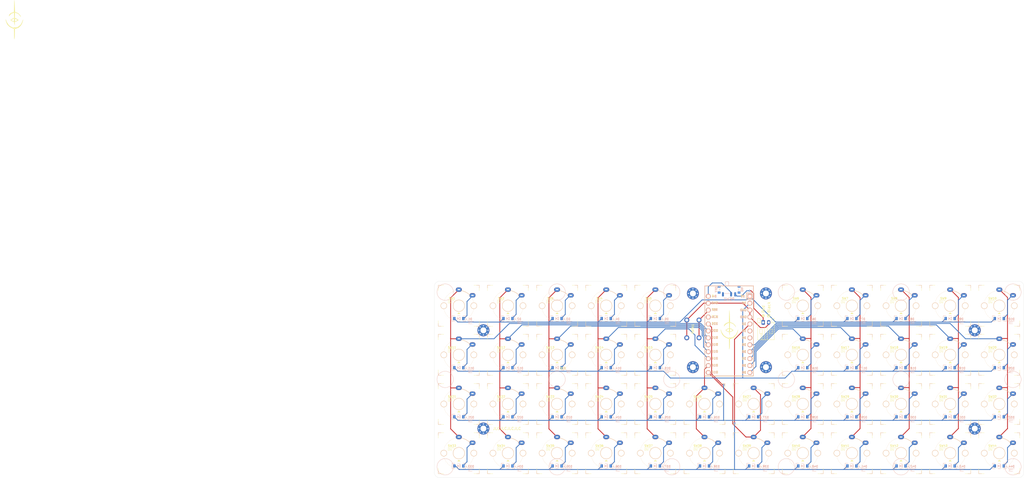
<source format=kicad_pcb>
(kicad_pcb (version 20221018) (generator pcbnew)
  (title_block (title "Horizon Mini Choc with MX Spacing") (date "2023-12-05") (rev "1.1") (comment 1 "Modded by Pe8er") (comment 2 "Original design by skarrmann"))
  (layers (0 "F.Cu" signal) (31 "B.Cu" signal) (34 "B.Paste" user) (35 "F.Paste" user) (36 "B.SilkS" user "B.Silkscreen") (37 "F.SilkS" user "F.Silkscreen") (38 "B.Mask" user) (39 "F.Mask" user) (44 "Edge.Cuts" user))
  (net 0 "")
  (net 1 "Net-(BATJ2-Pin_1)")
  (net 2 "Net-(D1-A)")
  (net 3 "Net-(D2-A)")
  (net 4 "Net-(D3-A)")
  (net 5 "Net-(D4-A)")
  (net 6 "Net-(D5-A)")
  (net 7 "Net-(D6-A)")
  (net 8 "Net-(D7-A)")
  (net 9 "Net-(D8-A)")
  (net 10 "Net-(D9-A)")
  (net 11 "Net-(D10-A)")
  (net 12 "Net-(D11-A)")
  (net 13 "Net-(D12-A)")
  (net 14 "Net-(D13-A)")
  (net 15 "Net-(D14-A)")
  (net 16 "Net-(D15-A)")
  (net 17 "Net-(D16-A)")
  (net 18 "Net-(D17-A)")
  (net 19 "Net-(D18-A)")
  (net 20 "Net-(D19-A)")
  (net 21 "Net-(D20-A)")
  (net 22 "Net-(D21-A)")
  (net 23 "Net-(D22-A)")
  (net 24 "Net-(D23-A)")
  (net 25 "Net-(D24-A)")
  (net 26 "Net-(D25-A)")
  (net 27 "Net-(D26-A)")
  (net 28 "Net-(D27-A)")
  (net 29 "Net-(D28-A)")
  (net 30 "Net-(D29-A)")
  (net 31 "Net-(D30-A)")
  (net 32 "Net-(D31-A)")
  (net 33 "Net-(D32-A)")
  (net 34 "Net-(D33-A)")
  (net 35 "Net-(D34-A)")
  (net 36 "Net-(D35-A)")
  (net 37 "GND")
  (net 38 "COL1")
  (net 39 "COL2")
  (net 40 "COL3")
  (net 41 "COL4")
  (net 42 "COL5")
  (net 43 "COL6")
  (net 44 "ROW1")
  (net 45 "ROW2")
  (net 46 "ROW3")
  (net 47 "ROW0")
  (net 48 "Net-(D36-A)")
  (net 49 "Net-(D37-A)")
  (net 50 "Net-(D38-A)")
  (net 51 "Net-(D39-A)")
  (net 52 "Net-(D40-A)")
  (net 53 "Net-(D41-A)")
  (net 54 "Net-(D42-A)")
  (net 55 "Net-(D43-A)")
  (net 56 "Net-(D44-A)")
  (net 60 "COL9")
  (net 61 "COL10")
  (net 62 "COL11")
  (net 66 "COL7")
  (net 67 "COL8")
  (net 71 "RESET")
  (net 72 "+BATT")
  (net 73 "VCC")
  (net 74 "COL0")
  (footprint "horizon-footprints:SW_Choc_MX" (layer "F.Cu") (at 51 79)
    (fp_text reference "SW1")
    (fp_text value "SW_Push")
  )
  (footprint "horizon-footprints:SW_Choc_MX" (layer "F.Cu") (at 51 97)
    (fp_text reference "SW11")
    (fp_text value "SW_Push")
  )
  (footprint "horizon-footprints:SW_Choc_MX" (layer "F.Cu") (at 51 115)
    (fp_text reference "SW21")
    (fp_text value "SW_Push")
  )
  (footprint "horizon-footprints:SW_Choc_MX" (layer "F.Cu") (at 51 133)
    (fp_text reference "SW33")
    (fp_text value "SW_Push")
  )
  (footprint "horizon-footprints:SW_Push_6mm" (layer "F.Cu") (at 136.75 87.5 -90)
    (fp_text reference "RBTN1")
    (fp_text value "SW_PUSH")
  )
  (footprint "horizon-footprints:Mount_M2" (layer "F.Cu") (at 240 124)
    (fp_text reference "H8" hide)
    (fp_text value "Hole_Pad" hide)
  )
  (footprint "horizon-footprints:Mount_M2" (layer "F.Cu") (at 240 88)
    (fp_text reference "H4" hide)
    (fp_text value "Hole_Pad" hide)
  )
  (footprint "horizon-footprints:Mount_M2" (layer "F.Cu") (at 60 88)
    (fp_text reference "H3" hide)
    (fp_text value "Hole_Pad" hide)
  )
  (footprint "horizon-footprints:Mount_M2" (layer "F.Cu") (at 60 124)
    (fp_text reference "H7" hide)
    (fp_text value "Hole_Pad" hide)
  )
  (footprint "horizon-footprints:SW_Choc_MX" (layer "F.Cu") (at 69 79)
    (fp_text reference "SW2")
    (fp_text value "SW_Push")
  )
  (footprint "horizon-footprints:SW_Choc_MX" (layer "F.Cu") (at 87 79)
    (fp_text reference "SW3")
    (fp_text value "SW_Push")
  )
  (footprint "horizon-footprints:SW_Choc_MX" (layer "F.Cu") (at 105 79)
    (fp_text reference "SW4")
    (fp_text value "SW_Push")
  )
  (footprint "horizon-footprints:SW_Choc_MX" (layer "F.Cu") (at 123 79)
    (fp_text reference "SW5")
    (fp_text value "SW_Push")
  )
  (footprint "horizon-footprints:SW_Choc_MX" (layer "F.Cu") (at 177 79)
    (fp_text reference "SW6")
    (fp_text value "SW_Push")
  )
  (footprint "horizon-footprints:SW_Choc_MX" (layer "F.Cu") (at 195 79)
    (fp_text reference "SW7")
    (fp_text value "SW_Push")
  )
  (footprint "horizon-footprints:SW_Choc_MX" (layer "F.Cu") (at 213 79)
    (fp_text reference "SW8")
    (fp_text value "SW_Push")
  )
  (footprint "horizon-footprints:SW_Choc_MX" (layer "F.Cu") (at 231 79)
    (fp_text reference "SW9")
    (fp_text value "SW_Push")
  )
  (footprint "horizon-footprints:SW_Choc_MX" (layer "F.Cu") (at 249 79)
    (fp_text reference "SW10")
    (fp_text value "SW_Push")
  )
  (footprint "horizon-footprints:SW_Choc_MX" (layer "F.Cu") (at 69 97)
    (fp_text reference "SW12")
    (fp_text value "SW_Push")
  )
  (footprint "horizon-footprints:SW_Choc_MX" (layer "F.Cu") (at 87 97)
    (fp_text reference "SW13")
    (fp_text value "SW_Push")
  )
  (footprint "horizon-footprints:SW_Choc_MX" (layer "F.Cu") (at 105 97)
    (fp_text reference "SW14")
    (fp_text value "SW_Push")
  )
  (footprint "horizon-footprints:SW_Choc_MX" (layer "F.Cu") (at 123 97)
    (fp_text reference "SW15")
    (fp_text value "SW_Push")
  )
  (footprint "horizon-footprints:SW_Choc_MX" (layer "F.Cu") (at 177 97)
    (fp_text reference "SW16")
    (fp_text value "SW_Push")
  )
  (footprint "horizon-footprints:SW_Choc_MX" (layer "F.Cu") (at 195 97)
    (fp_text reference "SW17")
    (fp_text value "SW_Push")
  )
  (footprint "horizon-footprints:SW_Choc_MX" (layer "F.Cu") (at 213 97)
    (fp_text reference "SW18")
    (fp_text value "SW_Push")
  )
  (footprint "horizon-footprints:SW_Choc_MX" (layer "F.Cu") (at 231 97)
    (fp_text reference "SW19")
    (fp_text value "SW_Push")
  )
  (footprint "horizon-footprints:SW_Choc_MX" (layer "F.Cu") (at 249 97)
    (fp_text reference "SW20")
    (fp_text value "SW_Push")
  )
  (footprint "horizon-footprints:SW_Choc_MX" (layer "F.Cu") (at 69 115)
    (fp_text reference "SW22")
    (fp_text value "SW_Push")
  )
  (footprint "horizon-footprints:SW_Choc_MX" (layer "F.Cu") (at 87 115)
    (fp_text reference "SW23")
    (fp_text value "SW_Push")
  )
  (footprint "horizon-footprints:SW_Choc_MX" (layer "F.Cu") (at 105 115)
    (fp_text reference "SW24")
    (fp_text value "SW_Push")
  )
  (footprint "horizon-footprints:SW_Choc_MX" (layer "F.Cu") (at 123 115)
    (fp_text reference "SW25")
    (fp_text value "SW_Push")
  )
  (footprint "horizon-footprints:SW_Choc_MX" (layer "F.Cu") (at 177 115)
    (fp_text reference "SW28")
    (fp_text value "SW_Push")
  )
  (footprint "horizon-footprints:SW_Choc_MX" (layer "F.Cu") (at 195 115)
    (fp_text reference "SW29")
    (fp_text value "SW_Push")
  )
  (footprint "horizon-footprints:SW_Choc_MX" (layer "F.Cu") (at 213 115)
    (fp_text reference "SW30")
    (fp_text value "SW_Push")
  )
  (footprint "horizon-footprints:SW_Choc_MX" (layer "F.Cu") (at 231 115)
    (fp_text reference "SW31")
    (fp_text value "SW_Push")
  )
  (footprint "horizon-footprints:SW_Choc_MX" (layer "F.Cu") (at 249 115)
    (fp_text reference "SW32")
    (fp_text value "SW_Push")
  )
  (footprint "horizon-footprints:SW_Choc_MX" (layer "F.Cu") (at 69 133)
    (fp_text reference "SW34")
    (fp_text value "SW_Push")
  )
  (footprint "horizon-footprints:SW_Choc_MX" (layer "F.Cu") (at 87 133)
    (fp_text reference "SW35")
    (fp_text value "SW_Push")
  )
  (footprint "horizon-footprints:SW_Choc_MX" (layer "F.Cu") (at 105 133)
    (fp_text reference "SW36")
    (fp_text value "SW_Push")
  )
  (footprint "horizon-footprints:SW_Choc_MX" (layer "F.Cu") (at 123 133)
    (fp_text reference "SW37")
    (fp_text value "SW_Push")
  )
  (footprint "horizon-footprints:SW_Choc_MX" (layer "F.Cu") (at 177 133)
    (fp_text reference "SW40")
    (fp_text value "SW_Push")
  )
  (footprint "horizon-footprints:SW_Choc_MX" (layer "F.Cu") (at 141 133)
    (fp_text reference "SW38")
    (fp_text value "SW_Push")
  )
  (footprint "horizon-footprints:SW_Choc_MX" (layer "F.Cu") (at 159 133)
    (fp_text reference "SW39")
    (fp_text value "SW_Push")
  )
  (footprint "horizon-footprints:SW_Choc_MX" (layer "F.Cu") (at 195 133)
    (fp_text reference "SW41")
    (fp_text value "SW_Push")
  )
  (footprint "horizon-footprints:SW_Choc_MX" (layer "F.Cu") (at 213 133)
    (fp_text reference "SW42")
    (fp_text value "SW_Push")
  )
  (footprint "horizon-footprints:SW_Choc_MX" (layer "F.Cu") (at 231 133)
    (fp_text reference "SW43")
    (fp_text value "SW_Push")
  )
  (footprint "horizon-footprints:SW_Choc_MX" (layer "F.Cu") (at 249 133)
    (fp_text reference "SW44")
    (fp_text value "SW_Push")
  )
  (footprint "horizon-footprints:SW_Choc_MX" (layer "F.Cu") (at 141 115)
    (fp_text reference "SW26")
    (fp_text value "SW_Push")
  )
  (footprint "horizon-footprints:SW_Choc_MX" (layer "F.Cu") (at 159 115)
    (fp_text reference "SW27")
    (fp_text value "SW_Push")
  )
  (footprint "horizon-footprints:Mount_M2" (layer "F.Cu") (at 136.75 74.5)
    (fp_text reference "H1" hide)
    (fp_text value "Hole_Pad" hide)
  )
  (footprint "horizon-footprints:Mount_M2" (layer "F.Cu") (at 163.5 74.5)
    (fp_text reference "H2" hide)
    (fp_text value "Hole_Pad" hide)
  )
  (footprint "horizon-footprints:Mount_M2" (layer "F.Cu") (at 136.75 101.5)
    (fp_text reference "H5" hide)
    (fp_text value "Hole_Pad" hide)
  )
  (footprint "horizon-footprints:Mount_M2" (layer "F.Cu") (at 163.5 101.5)
    (fp_text reference "H6" hide)
    (fp_text value "Hole_Pad" hide)
  )
  (footprint "horizon-footprints:bloodborne_moon" (layer "F.Cu") (at 150 87.700023)
    (fp_text reference "LOGO2" hide)
    (fp_text value "Logo-Top")
  )
  (footprint "Connector_JST:JST_PH_S2B-PH-K_1x02_P2.00mm_Horizontal" (layer "F.Cu") (at 162.5 85.1)
    (fp_text reference "BATJ2")
    (fp_text value "Conn_01x02_Female")
  )
  (footprint "ScottoKeebs_MCU:Nice_Nano_V2_Flipped" (layer "F.Cu") (at 150 89.5)
    (fp_text reference "U3" hide)
    (fp_text value "Nice_Nano_V2" hide)
  )
  (footprint "horizon-footprints:bloodborne_moon" (layer "F.Cu") (at -111.940998 -25.922742)
    (fp_text reference "LOGO1" hide)
    (fp_text value "Logo-Bottom")
  )
  (footprint "horizon-footprints:D_SOD-123" (layer "B.Cu") (at 51 119.7)
    (fp_text reference "D21")
    (fp_text value "D" hide)
  )
  (footprint "horizon-footprints:D_SOD-123" (layer "B.Cu") (at 51 137.7)
    (fp_text reference "D33")
    (fp_text value "D" hide)
  )
  (footprint "horizon-footprints:D_SOD-123" (layer "B.Cu") (at 51 101.7)
    (fp_text reference "D11")
    (fp_text value "D" hide)
  )
  (footprint "horizon-footprints:D_SOD-123" (layer "B.Cu") (at 51 83.7)
    (fp_text reference "D1")
    (fp_text value "D" hide)
  )
  (footprint "horizon-footprints:D_SOD-123" (layer "B.Cu") (at 69 83.7)
    (fp_text reference "D2")
    (fp_text value "D" hide)
  )
  (footprint "horizon-footprints:D_SOD-123" (layer "B.Cu") (at 87 83.7)
    (fp_text reference "D3")
    (fp_text value "D" hide)
  )
  (footprint "horizon-footprints:D_SOD-123" (layer "B.Cu") (at 105 83.7)
    (fp_text reference "D4")
    (fp_text value "D" hide)
  )
  (footprint "horizon-footprints:D_SOD-123" (layer "B.Cu") (at 123 83.7)
    (fp_text reference "D5")
    (fp_text value "D" hide)
  )
  (footprint "horizon-footprints:D_SOD-123" (layer "B.Cu") (at 177 83.7)
    (fp_text reference "D6")
    (fp_text value "D" hide)
  )
  (footprint "horizon-footprints:D_SOD-123" (layer "B.Cu") (at 195 83.7)
    (fp_text reference "D7")
    (fp_text value "D" hide)
  )
  (footprint "horizon-footprints:D_SOD-123" (layer "B.Cu") (at 213 83.7)
    (fp_text reference "D8")
    (fp_text value "D" hide)
  )
  (footprint "horizon-footprints:D_SOD-123" (layer "B.Cu") (at 231 83.7)
    (fp_text reference "D9")
    (fp_text value "D" hide)
  )
  (footprint "horizon-footprints:D_SOD-123" (layer "B.Cu") (at 249 83.7)
    (fp_text reference "D10")
    (fp_text value "D" hide)
  )
  (footprint "horizon-footprints:D_SOD-123" (layer "B.Cu") (at 69 101.7)
    (fp_text reference "D12")
    (fp_text value "D" hide)
  )
  (footprint "horizon-footprints:D_SOD-123" (layer "B.Cu") (at 87 101.7)
    (fp_text reference "D13")
    (fp_text value "D" hide)
  )
  (footprint "horizon-footprints:D_SOD-123" (layer "B.Cu") (at 105 101.7)
    (fp_text reference "D14")
    (fp_text value "D" hide)
  )
  (footprint "horizon-footprints:D_SOD-123" (layer "B.Cu") (at 123 101.7)
    (fp_text reference "D15")
    (fp_text value "D" hide)
  )
  (footprint "horizon-footprints:D_SOD-123" (layer "B.Cu") (at 177 101.7)
    (fp_text reference "D16")
    (fp_text value "D" hide)
  )
  (footprint "horizon-footprints:D_SOD-123" (layer "B.Cu") (at 195 101.7)
    (fp_text reference "D17")
    (fp_text value "D" hide)
  )
  (footprint "horizon-footprints:D_SOD-123" (layer "B.Cu") (at 213 101.7)
    (fp_text reference "D18")
    (fp_text value "D" hide)
  )
  (footprint "horizon-footprints:D_SOD-123" (layer "B.Cu") (at 231 101.7)
    (fp_text reference "D19")
    (fp_text value "D" hide)
  )
  (footprint "horizon-footprints:D_SOD-123" (layer "B.Cu") (at 249 101.7)
    (fp_text reference "D20")
    (fp_text value "D" hide)
  )
  (footprint "horizon-footprints:D_SOD-123" (layer "B.Cu") (at 69 119.7)
    (fp_text reference "D22")
    (fp_text value "D" hide)
  )
  (footprint "horizon-footprints:D_SOD-123" (layer "B.Cu") (at 87 119.7)
    (fp_text reference "D23")
    (fp_text value "D" hide)
  )
  (footprint "horizon-footprints:D_SOD-123" (layer "B.Cu") (at 105 119.7)
    (fp_text reference "D24")
    (fp_text value "D" hide)
  )
  (footprint "horizon-footprints:D_SOD-123" (layer "B.Cu") (at 123 119.7)
    (fp_text reference "D25")
    (fp_text value "D" hide)
  )
  (footprint "horizon-footprints:D_SOD-123" (layer "B.Cu") (at 177 119.7)
    (fp_text reference "D28")
    (fp_text value "D" hide)
  )
  (footprint "horizon-footprints:D_SOD-123" (layer "B.Cu") (at 195 119.7)
    (fp_text reference "D29")
    (fp_text value "D" hide)
  )
  (footprint "horizon-footprints:D_SOD-123" (layer "B.Cu") (at 213 119.7)
    (fp_text reference "D30")
    (fp_text value "D" hide)
  )
  (footprint "horizon-footprints:D_SOD-123" (layer "B.Cu") (at 231 119.7)
    (fp_text reference "D31")
    (fp_text value "D" hide)
  )
  (footprint "horizon-footprints:D_SOD-123" (layer "B.Cu") (at 249 119.7)
    (fp_text reference "D32")
    (fp_text value "D" hide)
  )
  (footprint "horizon-footprints:D_SOD-123" (layer "B.Cu") (at 69 137.7)
    (fp_text reference "D34")
    (fp_text value "D" hide)
  )
  (footprint "horizon-footprints:D_SOD-123" (layer "B.Cu") (at 87 137.7)
    (fp_text reference "D35")
    (fp_text value "D" hide)
  )
  (footprint "horizon-footprints:D_SOD-123" (layer "B.Cu") (at 105 137.7)
    (fp_text reference "D36")
    (fp_text value "D" hide)
  )
  (footprint "horizon-footprints:D_SOD-123" (layer "B.Cu") (at 123 137.7)
    (fp_text reference "D37")
    (fp_text value "D" hide)
  )
  (footprint "horizon-footprints:D_SOD-123" (layer "B.Cu") (at 177 137.7)
    (fp_text reference "D40")
    (fp_text value "D" hide)
  )
  (footprint "horizon-footprints:D_SOD-123" (layer "B.Cu") (at 141 137.7)
    (fp_text reference "D38")
    (fp_text value "D" hide)
  )
  (footprint "horizon-footprints:D_SOD-123" (layer "B.Cu") (at 159 137.7)
    (fp_text reference "D39")
    (fp_text value "D" hide)
  )
  (footprint "horizon-footprints:D_SOD-123" (layer "B.Cu") (at 195 137.7)
    (fp_text reference "D41")
    (fp_text value "D" hide)
  )
  (footprint "horizon-footprints:D_SOD-123" (layer "B.Cu") (at 213 137.7)
    (fp_text reference "D42")
    (fp_text value "D" hide)
  )
  (footprint "horizon-footprints:D_SOD-123" (layer "B.Cu") (at 231 137.7)
    (fp_text reference "D43")
    (fp_text value "D" hide)
  )
  (footprint "horizon-footprints:D_SOD-123" (layer "B.Cu") (at 249 137.7)
    (fp_text reference "D44")
    (fp_text value "D" hide)
  )
  (footprint "horizon-footprints:D_SOD-123" (layer "B.Cu") (at 141 119.7)
    (fp_text reference "D26")
    (fp_text value "D" hide)
  )
  (footprint "horizon-footprints:D_SOD-123" (layer "B.Cu") (at 159 119.7)
    (fp_text reference "D27")
    (fp_text value "D" hide)
  )
  (footprint "Button_Switch_SMD:SW_SPDT_PCM12" (layer "B.Cu") (at 150 73.4)
    (fp_text reference "PSW1")
    (fp_text value "SW_SPST")
  )
  (gr_circle (center 171 138) (end 174 138) (stroke (width 0.1)) (fill none) (layer "B.SilkS"))
  (gr_circle (center 129 106) (end 132 106) (stroke (width 0.1)) (fill none) (layer "B.SilkS"))
  (gr_circle (center 254 138) (end 257 138) (stroke (width 0.1)) (fill none) (layer "B.SilkS"))
  (gr_circle (center 171 74) (end 174 74) (stroke (width 0.1)) (fill none) (layer "B.SilkS"))
  (gr_circle (center 171 106) (end 174 106) (stroke (width 0.1)) (fill none) (layer "B.SilkS"))
  (gr_circle (center 129 138) (end 132 138) (stroke (width 0.1)) (fill none) (layer "B.SilkS"))
  (gr_circle (center 254 106) (end 257 106) (stroke (width 0.1)) (fill none) (layer "B.SilkS"))
  (gr_circle (center 46 74) (end 49 74) (stroke (width 0.1)) (fill none) (layer "B.SilkS"))
  (gr_circle (center 87 74) (end 90 74) (stroke (width 0.1)) (fill none) (layer "B.SilkS"))
  (gr_circle (center 46 106) (end 49 106) (stroke (width 0.1)) (fill none) (layer "B.SilkS"))
  (gr_circle (center 213 106) (end 216 106) (stroke (width 0.1)) (fill none) (layer "B.SilkS"))
  (gr_circle (center 213 138) (end 216 138) (stroke (width 0.1)) (fill none) (layer "B.SilkS"))
  (gr_circle (center 129 74) (end 132 74) (stroke (width 0.1)) (fill none) (layer "B.SilkS"))
  (gr_circle (center 87 138) (end 90 138) (stroke (width 0.1)) (fill none) (layer "B.SilkS"))
  (gr_circle (center 46 138) (end 49 138) (stroke (width 0.1)) (fill none) (layer "B.SilkS"))
  (gr_circle (center 213 74) (end 216 74) (stroke (width 0.1)) (fill none) (layer "B.SilkS"))
  (gr_circle (center 87 106) (end 90 106) (stroke (width 0.1)) (fill none) (layer "B.SilkS"))
  (gr_circle (center 254 74) (end 257 74) (stroke (width 0.1)) (fill none) (layer "B.SilkS"))
  (gr_line (start 42 140) (end 42 72) (stroke (width 0.05)) (layer "Edge.Cuts"))
  (gr_line (start 44 142) (end 256 142) (stroke (width 0.05)) (layer "Edge.Cuts"))
  (gr_arc (start 258 140) (mid 257.414214 141.414214) (end 256 142) (stroke (width 0.05)) (layer "Edge.Cuts"))
  (gr_arc (start 42 72) (mid 42.585786 70.585786) (end 44 70) (stroke (width 0.05)) (layer "Edge.Cuts"))
  (gr_line (start 44 70) (end 256 70) (stroke (width 0.05)) (layer "Edge.Cuts"))
  (gr_line (start 258 72) (end 258 140) (stroke (width 0.05)) (layer "Edge.Cuts"))
  (gr_arc (start 44 142) (mid 42.585786 141.414214) (end 42 140) (stroke (width 0.05)) (layer "Edge.Cuts"))
  (gr_arc (start 256 70) (mid 257.414214 70.585786) (end 258 72) (stroke (width 0.05)) (layer "Edge.Cuts"))
  (gr_text "JLCJLCJLCJLC" (at 63.4 124.6) (layer "F.SilkS") (effects (font (size 1 1)) (justify left bottom)))
  (segment (start 159 78) (end 159 74.4574) (width 0.3) (layer "F.Cu") (net 1))
  (segment (start 159 74.4574) (end 158.0426 73.5) (width 0.3) (layer "F.Cu") (net 1))
  (segment (start 158.0426 73.5) (end 157.5 73.5) (width 0.3) (layer "F.Cu") (net 1))
  (segment (start 162.5 83.381497) (end 159 79.881497) (width 0.3) (layer "F.Cu") (net 1))
  (segment (start 162.5 85.1) (end 162.5 83.381497) (width 0.3) (layer "F.Cu") (net 1))
  (segment (start 159 79.881497) (end 159 78) (width 0.3) (layer "F.Cu") (net 1))
  (via (at 157.5 73.5) (size 0.6) (drill 0.3) (layers "F.Cu" "B.Cu") (net 1))
  (segment (start 152.92 75.5) (end 152.25 74.83) (width 0.3) (layer "B.Cu") (net 1))
  (segment (start 157.5 73.5) (end 156.5 73.5) (width 0.3) (layer "B.Cu") (net 1))
  (segment (start 154.5 75.5) (end 152.92 75.5) (width 0.3) (layer "B.Cu") (net 1))
  (segment (start 156.5 73.5) (end 154.5 75.5) (width 0.3) (layer "B.Cu") (net 1))
  (segment (start 54 77.425) (end 56 75.425) (width 0.3) (layer "B.Cu") (net 2))
  (segment (start 52.65 83.925) (end 54 82.575) (width 0.3) (layer "B.Cu") (net 2))
  (segment (start 54 82.575) (end 54 77.425) (width 0.3) (layer "B.Cu") (net 2))
  (segment (start 72 77) (end 74 75) (width 0.3) (layer "B.Cu") (net 3))
  (segment (start 70.65 83.5) (end 72 82.15) (width 0.3) (layer "B.Cu") (net 3))
  (segment (start 72 82.15) (end 72 77) (width 0.3) (layer "B.Cu") (net 3))
  (segment (start 90 82.15) (end 90 77) (width 0.3) (layer "B.Cu") (net 4))
  (segment (start 90 77) (end 92 75) (width 0.3) (layer "B.Cu") (net 4))
  (segment (start 88.65 83.5) (end 90 82.15) (width 0.3) (layer "B.Cu") (net 4))
  (segment (start 108 82.15) (end 108 77) (width 0.3) (layer "B.Cu") (net 5))
  (segment (start 106.65 83.5) (end 108 82.15) (width 0.3) (layer "B.Cu") (net 5))
  (segment (start 108 77) (end 110 75) (width 0.3) (layer "B.Cu") (net 5))
  (segment (start 126 82.15) (end 126 77) (width 0.3) (layer "B.Cu") (net 6))
  (segment (start 124.65 83.5) (end 126 82.15) (width 0.3) (layer "B.Cu") (net 6))
  (segment (start 126 77) (end 128 75) (width 0.3) (layer "B.Cu") (net 6))
  (segment (start 180 82.15) (end 180 77) (width 0.3) (layer "B.Cu") (net 7))
  (segment (start 178.65 83.5) (end 180 82.15) (width 0.3) (layer "B.Cu") (net 7))
  (segment (start 180 77) (end 182 75) (width 0.3) (layer "B.Cu") (net 7))
  (segment (start 198 77) (end 200 75) (width 0.3) (layer "B.Cu") (net 8))
  (segment (start 196.65 83.5) (end 198 82.15) (width 0.3) (layer "B.Cu") (net 8))
  (segment (start 198 82.15) (end 198 77) (width 0.3) (layer "B.Cu") (net 8))
  (segment (start 214.65 83.5) (end 216 82.15) (width 0.3) (layer "B.Cu") (net 9))
  (segment (start 216 82.15) (end 216 77) (width 0.3) (layer "B.Cu") (net 9))
  (segment (start 216 77) (end 218 75) (width 0.3) (layer "B.Cu") (net 9))
  (segment (start 234 77) (end 236 75) (width 0.3) (layer "B.Cu") (net 10))
  (segment (start 232.65 83.5) (end 234 82.15) (width 0.3) (layer "B.Cu") (net 10))
  (segment (start 234 82.15) (end 234 77) (width 0.3) (layer "B.Cu") (net 10))
  (segment (start 252 82.15) (end 252 77) (width 0.3) (layer "B.Cu") (net 11))
  (segment (start 250.65 83.5) (end 252 82.15) (width 0.3) (layer "B.Cu") (net 11))
  (segment (start 252 77) (end 254 75) (width 0.3) (layer "B.Cu") (net 11))
  (segment (start 54 100.15) (end 54 95) (width 0.3) (layer "B.Cu") (net 12))
  (segment (start 52.65 101.5) (end 54 100.15) (width 0.3) (layer "B.Cu") (net 12))
  (segment (start 54 95) (end 56 93) (width 0.3) (layer "B.Cu") (net 12))
  (segment (start 70.65 101.5) (end 72 100.15) (width 0.3) (layer "B.Cu") (net 13))
  (segment (start 72 95) (end 74 93) (width 0.3) (layer "B.Cu") (net 13))
  (segment (start 72 100.15) (end 72 95) (width 0.3) (layer "B.Cu") (net 13))
  (segment (start 90 95) (end 92 93) (width 0.3) (layer "B.Cu") (net 14))
  (segment (start 90 100.15) (end 90 95) (width 0.3) (layer "B.Cu") (net 14))
  (segment (start 88.65 101.5) (end 90 100.15) (width 0.3) (layer "B.Cu") (net 14))
  (segment (start 106.65 101.5) (end 108 100.15) (width 0.3) (layer "B.Cu") (net 15))
  (segment (start 108 95) (end 110 93) (width 0.3) (layer "B.Cu") (net 15))
  (segment (start 108 100.15) (end 108 95) (width 0.3) (layer "B.Cu") (net 15))
  (segment (start 124.65 101.5) (end 126 100.15) (width 0.3) (layer "B.Cu") (net 16))
  (segment (start 126 100.15) (end 126 95) (width 0.3) (layer "B.Cu") (net 16))
  (segment (start 126 95) (end 128 93) (width 0.3) (layer "B.Cu") (net 16))
  (segment (start 180 95) (end 182 93) (width 0.3) (layer "B.Cu") (net 17))
  (segment (start 180 100.15) (end 180 95) (width 0.3) (layer "B.Cu") (net 17))
  (segment (start 178.65 101.5) (end 180 100.15) (width 0.3) (layer "B.Cu") (net 17))
  (segment (start 198 100.15) (end 198 95) (width 0.3) (layer "B.Cu") (net 18))
  (segment (start 198 95) (end 200 93) (width 0.3) (layer "B.Cu") (net 18))
  (segment (start 196.65 101.5) (end 198 100.15) (width 0.3) (layer "B.Cu") (net 18))
  (segment (start 216 100.15) (end 216 95) (width 0.3) (layer "B.Cu") (net 19))
  (segment (start 214.65 101.5) (end 216 100.15) (width 0.3) (layer "B.Cu") (net 19))
  (segment (start 216 95) (end 218 93) (width 0.3) (layer "B.Cu") (net 19))
  (segment (start 234 95) (end 236 93) (width 0.3) (layer "B.Cu") (net 20))
  (segment (start 232.65 101.5) (end 234 100.15) (width 0.3) (layer "B.Cu") (net 20))
  (segment (start 234 100.15) (end 234 95) (width 0.3) (layer "B.Cu") (net 20))
  (segment (start 252 95) (end 254 93) (width 0.3) (layer "B.Cu") (net 21))
  (segment (start 250.65 101.5) (end 252 100.15) (width 0.3) (layer "B.Cu") (net 21))
  (segment (start 252 100.15) (end 252 95) (width 0.3) (layer "B.Cu") (net 21))
  (segment (start 54 113.2) (end 56 111.2) (width 0.3) (layer "B.Cu") (net 22))
  (segment (start 52.65 119.7) (end 54 118.35) (width 0.3) (layer "B.Cu") (net 22))
  (segment (start 54 118.35) (end 54 113.2) (width 0.3) (layer "B.Cu") (net 22))
  (segment (start 72 118.35) (end 72 113.2) (width 0.3) (layer "B.Cu") (net 23))
  (segment (start 70.65 119.7) (end 72 118.35) (width 0.3) (layer "B.Cu") (net 23))
  (segment (start 72 113.2) (end 74 111.2) (width 0.3) (layer "B.Cu") (net 23))
  (segment (start 90 113.2) (end 92 111.2) (width 0.3) (layer "B.Cu") (net 24))
  (segment (start 90 118.35) (end 90 113.2) (width 0.3) (layer "B.Cu") (net 24))
  (segment (start 88.65 119.7) (end 90 118.35) (width 0.3) (layer "B.Cu") (net 24))
  (segment (start 108 118.35) (end 108 113.2) (width 0.3) (layer "B.Cu") (net 25))
  (segment (start 108 113.2) (end 110 111.2) (width 0.3) (layer "B.Cu") (net 25))
  (segment (start 106.65 119.7) (end 108 118.35) (width 0.3) (layer "B.Cu") (net 25))
  (segment (start 124.65 119.7) (end 126 118.35) (width 0.3) (layer "B.Cu") (net 26))
  (segment (start 126 118.35) (end 126 113.2) (width 0.3) (layer "B.Cu") (net 26))
  (segment (start 126 113.2) (end 128 111.2) (width 0.3) (layer "B.Cu") (net 26))
  (segment (start 144 113.2) (end 146 111.2) (width 0.3) (layer "B.Cu") (net 27))
  (segment (start 142.65 119.7) (end 144 118.35) (width 0.3) (layer "B.Cu") (net 27))
  (segment (start 144 118.35) (end 144 113.2) (width 0.3) (layer "B.Cu") (net 27))
  (segment (start 162 118.35) (end 162 113.2) (width 0.3) (layer "B.Cu") (net 28))
  (segment (start 162 113.2) (end 164 111.2) (width 0.3) (layer "B.Cu") (net 28))
  (segment (start 160.65 119.7) (end 162 118.35) (width 0.3) (layer "B.Cu") (net 28))
  (segment (start 180 113.2) (end 182 111.2) (width 0.3) (layer "B.Cu") (net 29))
  (segment (start 178.65 119.7) (end 180 118.35) (width 0.3) (layer "B.Cu") (net 29))
  (segment (start 180 118.35) (end 180 113.2) (width 0.3) (layer "B.Cu") (net 29))
  (segment (start 196.65 119.7) (end 198 118.35) (width 0.3) (layer "B.Cu") (net 30))
  (segment (start 198 118.35) (end 198 113.2) (width 0.3) (layer "B.Cu") (net 30))
  (segment (start 198 113.2) (end 200 111.2) (width 0.3) (layer "B.Cu") (net 30))
  (segment (start 214.65 119.7) (end 216 118.35) (width 0.3) (layer "B.Cu") (net 31))
  (segment (start 216 113.2) (end 218 111.2) (width 0.3) (layer "B.Cu") (net 31))
  (segment (start 216 118.35) (end 216 113.2) (width 0.3) (layer "B.Cu") (net 31))
  (segment (start 234 113.2) (end 236 111.2) (width 0.3) (layer "B.Cu") (net 32))
  (segment (start 234 118.35) (end 234 113.2) (width 0.3) (layer "B.Cu") (net 32))
  (segment (start 232.65 119.7) (end 234 118.35) (width 0.3) (layer "B.Cu") (net 32))
  (segment (start 252 118.35) (end 252 113.2) (width 0.3) (layer "B.Cu") (net 33))
  (segment (start 252 113.2) (end 254 111.2) (width 0.3) (layer "B.Cu") (net 33))
  (segment (start 250.65 119.7) (end 252 118.35) (width 0.3) (layer "B.Cu") (net 33))
  (segment (start 54 136.15) (end 54 131) (width 0.3) (layer "B.Cu") (net 34))
  (segment (start 54 131) (end 56 129) (width 0.3) (layer "B.Cu") (net 34))
  (segment (start 52.65 137.5) (end 54 136.15) (width 0.3) (layer "B.Cu") (net 34))
  (segment (start 72 136.15) (end 72 131) (width 0.3) (layer "B.Cu") (net 35))
  (segment (start 72 131) (end 74 129) (width 0.3) (layer "B.Cu") (net 35))
  (segment (start 70.65 137.5) (end 72 136.15) (width 0.3) (layer "B.Cu") (net 35))
  (segment (start 90 131) (end 92 129) (width 0.3) (layer "B.Cu") (net 36))
  (segment (start 88.65 137.5) (end 90 136.15) (width 0.3) (layer "B.Cu") (net 36))
  (segment (start 90 136.15) (end 90 131) (width 0.3) (layer "B.Cu") (net 36))
  (segment (start 164.5 85.8) (end 164.5 85.1) (width 0.3) (layer "F.Cu") (net 37))
  (segment (start 163.3 87) (end 164.5 85.8) (width 0.3) (layer "F.Cu") (net 37))
  (segment (start 157.62 83.15) (end 161.47 87) (width 0.3) (layer "F.Cu") (net 37))
  (segment (start 134.5 84.25) (end 140.68 78.07) (width 0.3) (layer "F.Cu") (net 37))
  (segment (start 161.47 87) (end 163.3 87) (width 0.3) (layer "F.Cu") (net 37))
  (segment (start 140.68 78.07) (end 142.38 78.07) (width 0.3) (layer "F.Cu") (net 37))
  (segment (start 134.5 90.75) (end 134.5 84.25) (width 0.3) (layer "F.Cu") (net 37))
  (segment (start 155.08 78.07) (end 157.62 80.61) (width 0.3) (layer "F.Cu") (net 37))
  (segment (start 157.62 80.61) (end 157.62 83.15) (width 0.3) (layer "F.Cu") (net 37))
  (segment (start 142.38 78.07) (end 155.08 78.07) (width 0.3) (layer "F.Cu") (net 37))
  (segment (start 66.1 91.1) (end 69 91.1) (width 0.3) (layer "F.Cu") (net 38))
  (segment (start 69 73.1) (end 66 76.1) (width 0.3) (layer "F.Cu") (net 38))
  (segment (start 66 91) (end 66 109) (width 0.3) (layer "F.Cu") (net 38))
  (segment (start 66 124.1) (end 69 127.1) (width 0.3) (layer "F.Cu") (net 38))
  (segment (start 66 109) (end 66.1 109.1) (width 0.3) (layer "F.Cu") (net 38))
  (segment (start 66.1 109.1) (end 69 109.1) (width 0.3) (layer "F.Cu") (net 38))
  (segment (start 66 109) (end 66 124.1) (width 0.3) (layer "F.Cu") (net 38))
  (segment (start 66 91) (end 66.1 91.1) (width 0.3) (layer "F.Cu") (net 38))
  (segment (start 66 76.1) (end 66 91) (width 0.3) (layer "F.Cu") (net 38))
  (segment (start 141.1537 89.5437) (end 142.38 90.77) (width 0.3) (layer "B.Cu") (net 38))
  (segment (start 69 91.1) (end 74.1 86) (width 0.3) (layer "B.Cu") (net 38))
  (segment (start 74.1 86) (end 139.442894 86) (width 0.3) (layer "B.Cu") (net 38))
  (segment (start 139.442894 86) (end 141.1537 87.710806) (width 0.3) (layer "B.Cu") (net 38))
  (segment (start 141.1537 87.710806) (end 141.1537 89.5437) (width 0.3) (layer "B.Cu") (net 38))
  (segment (start 84 91) (end 84.1 91.1) (width 0.3) (layer "F.Cu") (net 39))
  (segment (start 84 109) (end 84 124.1) (width 0.3) (layer "F.Cu") (net 39))
  (segment (start 84.1 109.1) (end 87 109.1) (width 0.3) (layer "F.Cu") (net 39))
  (segment (start 84 109) (end 84.1 109.1) (width 0.3) (layer "F.Cu") (net 39))
  (segment (start 84.1 91.1) (end 87 91.1) (width 0.3) (layer "F.Cu") (net 39))
  (segment (start 84 124.1) (end 87 127.1) (width 0.3) (layer "F.Cu") (net 39))
  (segment (start 87 73.1) (end 84 76.1) (width 0.3) (layer "F.Cu") (net 39))
  (segment (start 84 91) (end 84 109) (width 0.3) (layer "F.Cu") (net 39))
  (segment (start 84 76.1) (end 84 91) (width 0.3) (layer "F.Cu") (net 39))
  (segment (start 139.235788 86.5) (end 140.6537 87.917912) (width 0.3) (layer "B.Cu") (net 39))
  (segment (start 141.1537 90.250806) (end 141.1537 92.0837) (width 0.3) (layer "B.Cu") (net 39))
  (segment (start 141.1537 92.0837) (end 142.38 93.31) (width 0.3) (layer "B.Cu") (net 39))
  (segment (start 87.3 91.1) (end 91.9 86.5) (width 0.3) (layer "B.Cu") (net 39))
  (segment (start 140.6537 89.750806) (end 141.1537 90.250806) (width 0.3) (layer "B.Cu") (net 39))
  (segment (start 140.6537 87.917912) (end 140.6537 89.750806) (width 0.3) (layer "B.Cu") (net 39))
  (segment (start 87 91.1) (end 87.3 91.1) (width 0.3) (layer "B.Cu") (net 39))
  (segment (start 91.9 86.5) (end 139.235788 86.5) (width 0.3) (layer "B.Cu") (net 39))
  (segment (start 102 124.1) (end 105 127.1) (width 0.3) (layer "F.Cu") (net 40))
  (segment (start 102 76.1) (end 102 91) (width 0.3) (layer "F.Cu") (net 40))
  (segment (start 102 91) (end 102 109) (width 0.3) (layer "F.Cu") (net 40))
  (segment (start 102 109) (end 102.1 109.1) (width 0.3) (layer "F.Cu") (net 40))
  (segment (start 102.1 109.1) (end 105 109.1) (width 0.3) (layer "F.Cu") (net 40))
  (segment (start 105 73.1) (end 102 76.1) (width 0.3) (layer "F.Cu") (net 40))
  (segment (start 102 91) (end 102.1 91.1) (width 0.3) (layer "F.Cu") (net 40))
  (segment (start 102 109) (end 102 124.1) (width 0.3) (layer "F.Cu") (net 40))
  (segment (start 102.1 91.1) (end 105 91.1) (width 0.3) (layer "F.Cu") (net 40))
  (segment (start 140.6537 90.457912) (end 140.6537 94.1237) (width 0.3) (layer "B.Cu") (net 40))
  (segment (start 105.3 91.1) (end 109.4 87) (width 0.3) (layer "B.Cu") (net 40))
  (segment (start 140.1537 89.957912) (end 140.6537 90.457912) (width 0.3) (layer "B.Cu") (net 40))
  (segment (start 105 91.1) (end 105.3 91.1) (width 0.3) (layer "B.Cu") (net 40))
  (segment (start 140.6537 94.1237) (end 142.38 95.85) (width 0.3) (layer "B.Cu") (net 40))
  (segment (start 139.028682 87) (end 140.1537 88.125018) (width 0.3) (layer "B.Cu") (net 40))
  (segment (start 140.1537 88.125018) (end 140.1537 89.957912) (width 0.3) (layer "B.Cu") (net 40))
  (segment (start 109.4 87) (end 139.028682 87) (width 0.3) (layer "B.Cu") (net 40))
  (segment (start 123 73.1) (end 120 76.1) (width 0.3) (layer "F.Cu") (net 41))
  (segment (start 120.1 91.1) (end 123 91.1) (width 0.3) (layer "F.Cu") (net 41))
  (segment (start 120 124.1) (end 123 127.1) (width 0.3) (layer "F.Cu") (net 41))
  (segment (start 120 109) (end 120 124.1) (width 0.3) (layer "F.Cu") (net 41))
  (segment (start 120 109) (end 120.1 109.1) (width 0.3) (layer "F.Cu") (net 41))
  (segment (start 120.1 109.1) (end 123 109.1) (width 0.3) (layer "F.Cu") (net 41))
  (segment (start 120 76.1) (end 120 91) (width 0.3) (layer "F.Cu") (net 41))
  (segment (start 120 91) (end 120 109) (width 0.3) (layer "F.Cu") (net 41))
  (segment (start 120 91) (end 120.1 91.1) (width 0.3) (layer "F.Cu") (net 41))
  (segment (start 126.6 87.5) (end 135.25 87.5) (width 0.3) (layer "B.Cu") (net 41))
  (segment (start 123 91.1) (end 126.6 87.5) (width 0.3) (layer "B.Cu") (net 41))
  (segment (start 137.5 89.75) (end 137.5 93.51) (width 0.3) (layer "B.Cu") (net 41))
  (segment (start 137.5 93.51) (end 142.38 98.39) (width 0.3) (layer "B.Cu") (net 41))
  (segment (start 135.25 87.5) (end 137.5 89.75) (width 0.3) (layer "B.Cu") (net 41))
  (segment (start 141 109.1) (end 138 112.1) (width 0.3) (layer "F.Cu") (net 42))
  (segment (start 138 124.1) (end 141 127.1) (width 0.3) (layer "F.Cu") (net 42))
  (segment (start 138 112.1) (end 138 124.1) (width 0.3) (layer "F.Cu") (net 42))
  (segment (start 141 102.31) (end 142.38 100.93) (width 0.3) (layer "F.Cu") (net 42))
  (segment (start 141 109.1) (end 141 102.31) (width 0.3) (layer "F.Cu") (net 42))
  (segment (start 161.5 124.6) (end 161.5 111.6) (width 0.3) (layer "F.Cu") (net 43))
  (segment (start 151.35 122.269239) (end 151.35 112.44) (width 0.3) (layer "F.Cu") (net 43))
  (segment (start 161.5 111.6) (end 159 109.1) (width 0.3) (layer "F.Cu") (net 43))
  (segment (start 151.35 112.44) (end 142.38 103.47) (width 0.3) (layer "F.Cu") (net 43))
  (segment (start 159 127.1) (end 161.5 124.6) (width 0.3) (layer "F.Cu") (net 43))
  (segment (start 156.180761 127.1) (end 151.35 122.269239) (width 0.3) (layer "F.Cu") (net 43))
  (segment (start 159 127.1) (end 156.180761 127.1) (width 0.3) (layer "F.Cu") (net 43))
  (segment (start 170.5 105.5) (end 155 105.5) (width 0.3) (layer "B.Cu") (net 44))
  (segment (start 85.3 101.7) (end 84 103) (width 0.3) (layer "B.Cu") (net 44))
  (segment (start 173 103) (end 170.5 105.5) (width 0.3) (layer "B.Cu") (net 44))
  (segment (start 211.3 101.7) (end 210 103) (width 0.3) (layer "B.Cu") (net 44))
  (segment (start 67.3 101.7) (end 66 103) (width 0.3) (layer "B.Cu") (net 44))
  (segment (start 246.05 103) (end 173 103) (width 0.3) (layer "B.Cu") (net 44))
  (segment (start 121.3 101.7) (end 120 103) (width 0.3) (layer "B.Cu") (net 44))
  (segment (start 247.35 101.7) (end 246.05 103) (width 0.3) (layer "B.Cu") (net 44))
  (segment (start 175.3 101.7) (end 174 103) (width 0.3) (layer "B.Cu") (net 44))
  (segment (start 103.3 101.7) (end 102 103) (width 0.3) (layer "B.Cu") (net 44))
  (segment (start 229.3 101.7) (end 228 103) (width 0.3) (layer "B.Cu") (net 44))
  (segment (start 155 105.5) (end 155 80.69) (width 0.3) (layer "B.Cu") (net 44))
  (segment (start 128.5 105.5) (end 126 103) (width 0.3) (layer "B.Cu") (net 44))
  (segment (start 155 105.5) (end 128.5 105.5) (width 0.3) (layer "B.Cu") (net 44))
  (segment (start 193.3 101.7) (end 192 103) (width 0.3) (layer "B.Cu") (net 44))
  (segment (start 50.65 103) (end 49.35 101.7) (width 0.3) (layer "B.Cu") (net 44))
  (segment (start 155 80.69) (end 157.62 78.07) (width 0.3) (layer "B.Cu") (net 44))
  (segment (start 126 103) (end 50.65 103) (width 0.3) (layer "B.Cu") (net 44))
  (segment (start 148 108) (end 147.617106 108) (width 0.3) (layer "F.Cu") (net 45))
  (segment (start 143.6063 103.989194) (end 143.6063 86.9163) (width 0.3) (layer "F.Cu") (net 45))
  (segment (start 143.6063 86.9163) (end 142.38 85.69) (width 0.3) (layer "F.Cu") (net 45))
  (segment (start 147.617106 108) (end 143.6063 103.989194) (width 0.3) (layer "F.Cu") (net 45))
  (via (at 148 108) (size 0.6) (drill 0.3) (layers "F.Cu" "B.Cu") (net 45))
  (segment (start 246.05 121) (end 247.35 119.7) (width 0.3) (layer "B.Cu") (net 45))
  (segment (start 50.65 121) (end 148 121) (width 0.3) (layer "B.Cu") (net 45))
  (segment (start 148 121) (end 148 108) (width 0.3) (layer "B.Cu") (net 45))
  (segment (start 49.35 119.7) (end 50.65 121) (width 0.3) (layer "B.Cu") (net 45))
  (segment (start 211.3 119.7) (end 210 121) (width 0.3) (layer "B.Cu") (net 45))
  (segment (start 148 121) (end 155 121) (width 0.3) (layer "B.Cu") (net 45))
  (segment (start 155 121) (end 246.05 121) (width 0.3) (layer "B.Cu") (net 45))
  (segment (start 103.3 119.7) (end 102 121) (width 0.3) (layer "B.Cu") (net 45))
  (segment (start 121.3 119.7) (end 120 121) (width 0.3) (layer "B.Cu") (net 45))
  (segment (start 139.3 119.7) (end 138 121) (width 0.3) (layer "B.Cu") (net 45))
  (segment (start 229.3 119.7) (end 228 121) (width 0.3) (layer "B.Cu") (net 45))
  (segment (start 67.3 119.7) (end 66 121) (width 0.3) (layer "B.Cu") (net 45))
  (segment (start 85.3 119.7) (end 84 121) (width 0.3) (layer "B.Cu") (net 45))
  (segment (start 175.3 119.7) (end 174 121) (width 0.3) (layer "B.Cu") (net 45))
  (segment (start 157.3 119.7) (end 156 121) (width 0.3) (layer "B.Cu") (net 45))
  (segment (start 193.3 119.7) (end 192 121) (width 0.3) (layer "B.Cu") (net 45))
  (segment (start 152 122) (end 152 91.31) (width 0.3) (layer "F.Cu") (net 46))
  (segment (start 152 91.31) (end 157.62 85.69) (width 0.3) (layer "F.Cu") (net 46))
  (via (at 152 122) (size 0.6) (drill 0.3) (layers "F.Cu" "B.Cu") (net 46))
  (segment (start 175.3 137.7) (end 174 139) (width 0.3) (layer "B.Cu") (net 46))
  (segment (start 121.3 137.7) (end 120 139) (width 0.3) (layer "B.Cu") (net 46))
  (segment (start 157.3 137.7) (end 156 139) (width 0.3) (layer "B.Cu") (net 46))
  (segment (start 152 139) (end 152 122) (width 0.3) (layer "B.Cu") (net 46))
  (segment (start 152 139) (end 245.6 139) (width 0.3) (layer "B.Cu") (net 46))
  (segment (start 193.3 137.7) (end 192 139) (width 0.3) (layer "B.Cu") (net 46))
  (segment (start 51.1 139) (end 152 139) (width 0.3) (layer "B.Cu") (net 46))
  (segment (start 49.35 137.25) (end 51.1 139) (width 0.3) (layer "B.Cu") (net 46))
  (segment (start 245.6 139) (end 247.35 137.25) (width 0.3) (layer "B.Cu") (net 46))
  (segment (start 229.3 137.7) (end 228 139) (width 0.3) (layer "B.Cu") (net 46))
  (segment (start 85.3 137.7) (end 84 139) (width 0.3) (layer "B.Cu") (net 46))
  (segment (start 211.3 137.7) (end 210 139) (width 0.3) (layer "B.Cu") (net 46))
  (segment (start 103.3 137.7) (end 102 139) (width 0.3) (layer "B.Cu") (net 46))
  (segment (start 139.3 137.7) (end 138 139) (width 0.3) (layer "B.Cu") (net 46))
  (segment (start 67.3 137.7) (end 66 139) (width 0.3) (layer "B.Cu") (net 46))
  (segment (start 67.3 83.7) (end 66 85) (width 0.3) (layer "B.Cu") (net 47))
  (segment (start 85.35 83.7) (end 85.3 83.7) (width 0.3) (layer "B.Cu") (net 47))
  (segment (start 175.3 83.7) (end 174 85) (width 0.3) (layer "B.Cu") (net 47))
  (segment (start 246.05 85) (end 167.09 85) (width 0.3) (layer "B.Cu") (net 47))
  (segment (start 49.35 83.7) (end 50.65 85) (width 0.3) (layer "B.Cu") (net 47))
  (segment (start 167.09 85) (end 157.62 75.53) (width 0.3) (layer "B.Cu") (net 47))
  (segment (start 193.3 83.7) (end 192 85) (width 0.3) (layer "B.Cu") (net 47))
  (segment (start 50.65 85) (end 67.5 85) (width 0.3) (layer "B.Cu") (net 47))
  (segment (start 85.3 83.7) (end 84 85) (width 0.3) (layer "B.Cu") (net 47))
  (segment (start 67.5 85) (end 131.982233 85) (width 0.3) (layer "B.Cu") (net 47))
  (segment (start 131.982233 85) (end 140.138533 76.8437) (width 0.3) (layer "B.Cu") (net 47))
  (segment (start 103.3 83.7) (end 102 85) (width 0.3) (layer "B.Cu") (net 47))
  (segment (start 103.35 83.7) (end 103.3 83.7) (width 0.3) (layer "B.Cu") (net 47))
  (segment (start 229.3 83.7) (end 228 85) (width 0.3) (layer "B.Cu") (net 47))
  (segment (start 140.138533 76.8437) (end 156.3063 76.8437) (width 0.3) (layer "B.Cu") (net 47))
  (segment (start 247.35 83.7) (end 246.05 85) (width 0.3) (layer "B.Cu") (net 47))
  (segment (start 156.3063 76.8437) (end 157.62 75.53) (width 0.3) (layer "B.Cu") (net 47))
  (segment (start 121.3 83.7) (end 120 85) (width 0.3) (layer "B.Cu") (net 47))
  (segment (start 211.3 83.7) (end 210 85) (width 0.3) (layer "B.Cu") (net 47))
  (segment (start 121.35 83.7) (end 121.3 83.7) (width 0.3) (layer "B.Cu") (net 47))
  (segment (start 108 131) (end 110 129) (width 0.3) (layer "B.Cu") (net 48))
  (segment (start 108 136.15) (end 108 131) (width 0.3) (layer "B.Cu") (net 48))
  (segment (start 106.65 137.5) (end 108 136.15) (width 0.3) (layer "B.Cu") (net 48))
  (segment (start 126 136.15) (end 126 131) (width 0.3) (layer "B.Cu") (net 49))
  (segment (start 126 131) (end 128 129) (width 0.3) (layer "B.Cu") (net 49))
  (segment (start 124.65 137.5) (end 126 136.15) (width 0.3) (layer "B.Cu") (net 49))
  (segment (start 144 131) (end 146 129) (width 0.3) (layer "B.Cu") (net 50))
  (segment (start 142.65 137.5) (end 144 136.15) (width 0.3) (layer "B.Cu") (net 50))
  (segment (start 144 136.15) (end 144 131) (width 0.3) (layer "B.Cu") (net 50))
  (segment (start 162 131) (end 164 129) (width 0.3) (layer "B.Cu") (net 51))
  (segment (start 160.65 137.5) (end 162 136.15) (width 0.3) (layer "B.Cu") (net 51))
  (segment (start 162 136.15) (end 162 131) (width 0.3) (layer "B.Cu") (net 51))
  (segment (start 180 131) (end 182 129) (width 0.3) (layer "B.Cu") (net 52))
  (segment (start 178.65 137.5) (end 180 136.15) (width 0.3) (layer "B.Cu") (net 52))
  (segment (start 180 136.15) (end 180 131) (width 0.3) (layer "B.Cu") (net 52))
  (segment (start 198 136.15) (end 198 131) (width 0.3) (layer "B.Cu") (net 53))
  (segment (start 196.65 137.5) (end 198 136.15) (width 0.3) (layer "B.Cu") (net 53))
  (segment (start 198 131) (end 200 129) (width 0.3) (layer "B.Cu") (net 53))
  (segment (start 214.65 137.5) (end 216 136.15) (width 0.3) (layer "B.Cu") (net 54))
  (segment (start 216 136.15) (end 216 131) (width 0.3) (layer "B.Cu") (net 54))
  (segment (start 216 131) (end 218 129) (width 0.3) (layer "B.Cu") (net 54))
  (segment (start 232.65 137.5) (end 234 136.15) (width 0.3) (layer "B.Cu") (net 55))
  (segment (start 234 136.15) (end 234 131) (width 0.3) (layer "B.Cu") (net 55))
  (segment (start 234 131) (end 236 129) (width 0.3) (layer "B.Cu") (net 55))
  (segment (start 250.65 137.5) (end 252 136.15) (width 0.3) (layer "B.Cu") (net 56))
  (segment (start 252 131) (end 254 129) (width 0.3) (layer "B.Cu") (net 56))
  (segment (start 252 136.15) (end 252 131) (width 0.3) (layer "B.Cu") (net 56))
  (segment (start 215.9 109) (end 213 109) (width 0.3) (layer "F.Cu") (net 60))
  (segment (start 213 127) (end 216 124) (width 0.3) (layer "F.Cu") (net 60))
  (segment (start 216 109.1) (end 215.9 109) (width 0.3) (layer "F.Cu") (net 60))
  (segment (start 216 124) (end 216 109.1) (width 0.3) (layer "F.Cu") (net 60))
  (segment (start 215.9 91) (end 213 91) (width 0.3) (layer "F.Cu") (net 60))
  (segment (start 216 91.1) (end 215.9 91) (width 0.3) (layer "F.Cu") (net 60))
  (segment (start 216 109.1) (end 216 91.1) (width 0.3) (layer "F.Cu") (net 60))
  (segment (start 216 91.1) (end 216 76) (width 0.3) (layer "F.Cu") (net 60))
  (segment (start 216 76) (end 213 73) (width 0.3) (layer "F.Cu") (net 60))
  (segment (start 158.8463 97.1637) (end 157.62 98.39) (width 0.3) (layer "B.Cu") (net 60))
  (segment (start 167.677106 86.5) (end 158.8463 95.330806) (width 0.3) (layer "B.Cu") (net 60))
  (segment (start 158.8463 95.330806) (end 158.8463 97.1637) (width 0.3) (layer "B.Cu") (net 60))
  (segment (start 208.4 86.5) (end 167.677106 86.5) (width 0.3) (layer "B.Cu") (net 60))
  (segment (start 213 91.1) (end 208.4 86.5) (width 0.3) (layer "B.Cu") (net 60))
  (segment (start 231 127) (end 234 124) (width 0.3) (layer "F.Cu") (net 61))
  (segment (start 234 124) (end 234 109.1) (width 0.3) (layer "F.Cu") (net 61))
  (segment (start 234 109.1) (end 233.9 109) (width 0.3) (layer "F.Cu") (net 61))
  (segment (start 234 109.1) (end 234 91.1) (width 0.3) (layer "F.Cu") (net 61))
  (segment (start 234 91.1) (end 233.9 91) (width 0.3) (layer "F.Cu") (net 61))
  (segment (start 233.9 91) (end 231 91) (width 0.3) (layer "F.Cu") (net 61))
  (segment (start 233.9 109) (end 231 109) (width 0.3) (layer "F.Cu") (net 61))
  (segment (start 234 91.1) (end 234 76) (width 0.3) (layer "F.Cu") (net 61))
  (segment (start 234 76) (end 231 73) (width 0.3) (layer "F.Cu") (net 61))
  (segment (start 167.47 86) (end 157.62 95.85) (width 0.3) (layer "B.Cu") (net 61))
  (segment (start 225.9 86) (end 167.47 86) (width 0.3) (layer "B.Cu") (net 61))
  (segment (start 231 91.1) (end 225.9 86) (width 0.3) (layer "B.Cu") (net 61))
  (segment (start 252 76) (end 249 73) (width 0.3) (layer "F.Cu") (net 62))
  (segment (start 251.9 109) (end 249 109) (width 0.3) (layer "F.Cu") (net 62))
  (segment (start 252 124) (end 252 109.1) (width 0.3) (layer "F.Cu") (net 62))
  (segment (start 249 127) (end 252 124) (width 0.3) (layer "F.Cu") (net 62))
  (segment (start 252 91.1) (end 252 76) (width 0.3) (layer "F.Cu") (net 62))
  (segment (start 252 109.1) (end 252 91.1) (width 0.3) (layer "F.Cu") (net 62))
  (segment (start 252 109.1) (end 251.9 109) (width 0.3) (layer "F.Cu") (net 62))
  (segment (start 252 91.1) (end 251.9 91) (width 0.3) (layer "F.Cu") (net 62))
  (segment (start 251.9 91) (end 249 91) (width 0.3) (layer "F.Cu") (net 62))
  (segment (start 159.452894 93.31) (end 157.62 93.31) (width 0.3) (layer "B.Cu") (net 62))
  (segment (start 236.6 91.1) (end 231 85.5) (width 0.3) (layer "B.Cu") (net 62))
  (segment (start 167.262894 85.5) (end 159.452894 93.31) (width 0.3) (layer "B.Cu") (net 62))
  (segment (start 231 85.5) (end 167.262894 85.5) (width 0.3) (layer "B.Cu") (net 62))
  (segment (start 249 91.1) (end 236.6 91.1) (width 0.3) (layer "B.Cu") (net 62))
  (segment (start 180 91.1) (end 180 76) (width 0.3) (layer "F.Cu") (net 66))
  (segment (start 180 109.1) (end 179.9 109) (width 0.3) (layer "F.Cu") (net 66))
  (segment (start 179.9 91) (end 177 91) (width 0.3) (layer "F.Cu") (net 66))
  (segment (start 180 124) (end 180 109.1) (width 0.3) (layer "F.Cu") (net 66))
  (segment (start 180 76) (end 177 73) (width 0.3) (layer "F.Cu") (net 66))
  (segment (start 179.9 109) (end 177 109) (width 0.3) (layer "F.Cu") (net 66))
  (segment (start 180 109.1) (end 180 91.1) (width 0.3) (layer "F.Cu") (net 66))
  (segment (start 180 91.1) (end 179.9 91) (width 0.3) (layer "F.Cu") (net 66))
  (segment (start 177 127) (end 180 124) (width 0.3) (layer "F.Cu") (net 66))
  (segment (start 168.091318 87.5) (end 159.8463 95.745018) (width 0.3) (layer "B.Cu") (net 66))
  (segment (start 159.8463 95.745018) (end 159.8463 101.2437) (width 0.3) (layer "B.Cu") (net 66))
  (segment (start 177 91.1) (end 173.4 87.5) (width 0.3) (layer "B.Cu") (net 66))
  (segment (start 159.8463 101.2437) (end 157.62 103.47) (width 0.3) (layer "B.Cu") (net 66))
  (segment (start 173.4 87.5) (end 168.091318 87.5) (width 0.3) (layer "B.Cu") (net 66))
  (segment (start 195 127) (end 198 124) (width 0.3) (layer "F.Cu") (net 67))
  (segment (start 197.9 109) (end 195 109) (width 0.3) (layer "F.Cu") (net 67))
  (segment (start 198 91.1) (end 198 76) (width 0.3) (layer "F.Cu") (net 67))
  (segment (start 197.9 91) (end 195 91) (width 0.3) (layer "F.Cu") (net 67))
  (segment (start 198 124) (end 198 109.1) (width 0.3) (layer "F.Cu") (net 67))
  (segment (start 198 76) (end 195 73) (width 0.3) (layer "F.Cu") (net 67))
  (segment (start 198 109.1) (end 197.9 109) (width 0.3) (layer "F.Cu") (net 67))
  (segment (start 198 91.1) (end 197.9 91) (width 0.3) (layer "F.Cu") (net 67))
  (segment (start 198 109.1) (end 198 91.1) (width 0.3) (layer "F.Cu") (net 67))
  (segment (start 195 91.1) (end 190.9 87) (width 0.3) (layer "B.Cu") (net 67))
  (segment (start 167.884212 87) (end 159.3463 95.537912) (width 0.3) (layer "B.Cu") (net 67))
  (segment (start 159.3463 95.537912) (end 159.3463 99.2037) (width 0.3) (layer "B.Cu") (net 67))
  (segment (start 159.3463 99.2037) (end 157.62 100.93) (width 0.3) (layer "B.Cu") (net 67))
  (segment (start 190.9 87) (end 167.884212 87) (width 0.3) (layer "B.Cu") (net 67))
  (segment (start 139 84.25) (end 142.38 80.87) (width 0.3) (layer "F.Cu") (net 71))
  (segment (start 142.38 80.87) (end 142.38 80.61) (width 0.3) (layer "F.Cu") (net 71))
  (segment (start 139 90.75) (end 139 84.25) (width 0.3) (layer "F.Cu") (net 71))
  (segment (start 150.75 74.117918) (end 150.75 74.83) (width 0.3) (layer "B.Cu") (net 72))
  (segment (start 142.38 72.12) (end 143.85 70.65) (width 0.3) (layer "B.Cu") (net 72))
  (segment (start 142.38 75.53) (end 142.38 72.12) (width 0.3) (layer "B.Cu") (net 72))
  (segment (start 143.85 70.65) (end 147.282082 70.65) (width 0.3) (layer "B.Cu") (net 72))
  (segment (start 147.282082 70.65) (end 150.75 74.117918) (width 0.3) (layer "B.Cu") (net 72))
  (segment (start 48 109) (end 48.1 109.1) (width 0.3) (layer "F.Cu") (net 74))
  (segment (start 48.1 91.1) (end 51 91.1) (width 0.3) (layer "F.Cu") (net 74))
  (segment (start 48 91) (end 48.1 91.1) (width 0.3) (layer "F.Cu") (net 74))
  (segment (start 48 109) (end 48 124.1) (width 0.3) (layer "F.Cu") (net 74))
  (segment (start 48 91) (end 48 109) (width 0.3) (layer "F.Cu") (net 74))
  (segment (start 51 73.1) (end 48 76.1) (width 0.3) (layer "F.Cu") (net 74))
  (segment (start 48.1 109.1) (end 51 109.1) (width 0.3) (layer "F.Cu") (net 74))
  (segment (start 48 76.1) (end 48 91) (width 0.3) (layer "F.Cu") (net 74))
  (segment (start 48 124.1) (end 51 127.1) (width 0.3) (layer "F.Cu") (net 74))
  (segment (start 51 91.1) (end 63.9 91.1) (width 0.3) (layer "B.Cu") (net 74))
  (segment (start 63.9 91.1) (end 69.5 85.5) (width 0.3) (layer "B.Cu") (net 74))
  (segment (start 69.5 85.5) (end 139.65 85.5) (width 0.3) (layer "B.Cu") (net 74))
  (segment (start 139.65 85.5) (end 142.38 88.23) (width 0.3) (layer "B.Cu") (net 74))
)
</source>
